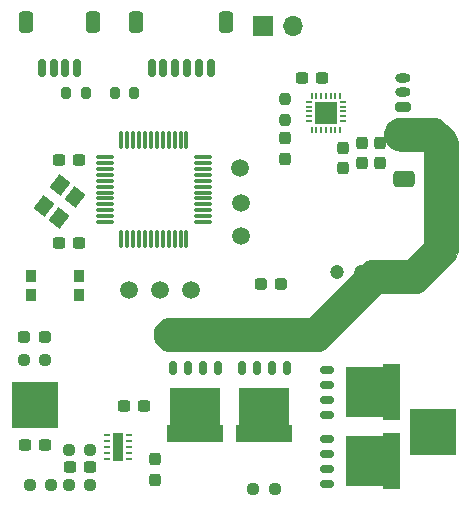
<source format=gbr>
%TF.GenerationSoftware,KiCad,Pcbnew,8.0.3-8.0.3-0~ubuntu22.04.1*%
%TF.CreationDate,2024-07-06T17:26:30-06:00*%
%TF.ProjectId,stm32g070 and DRV8311 single motor board - V1 Alpha,73746d33-3267-4303-9730-20616e642044,rev?*%
%TF.SameCoordinates,Original*%
%TF.FileFunction,Soldermask,Top*%
%TF.FilePolarity,Negative*%
%FSLAX46Y46*%
G04 Gerber Fmt 4.6, Leading zero omitted, Abs format (unit mm)*
G04 Created by KiCad (PCBNEW 8.0.3-8.0.3-0~ubuntu22.04.1) date 2024-07-06 17:26:30*
%MOMM*%
%LPD*%
G01*
G04 APERTURE LIST*
G04 Aperture macros list*
%AMRoundRect*
0 Rectangle with rounded corners*
0 $1 Rounding radius*
0 $2 $3 $4 $5 $6 $7 $8 $9 X,Y pos of 4 corners*
0 Add a 4 corners polygon primitive as box body*
4,1,4,$2,$3,$4,$5,$6,$7,$8,$9,$2,$3,0*
0 Add four circle primitives for the rounded corners*
1,1,$1+$1,$2,$3*
1,1,$1+$1,$4,$5*
1,1,$1+$1,$6,$7*
1,1,$1+$1,$8,$9*
0 Add four rect primitives between the rounded corners*
20,1,$1+$1,$2,$3,$4,$5,0*
20,1,$1+$1,$4,$5,$6,$7,0*
20,1,$1+$1,$6,$7,$8,$9,0*
20,1,$1+$1,$8,$9,$2,$3,0*%
%AMRotRect*
0 Rectangle, with rotation*
0 The origin of the aperture is its center*
0 $1 length*
0 $2 width*
0 $3 Rotation angle, in degrees counterclockwise*
0 Add horizontal line*
21,1,$1,$2,0,0,$3*%
%AMFreePoly0*
4,1,9,2.100000,-2.000000,2.350000,-2.000000,2.350000,-3.500000,-2.350000,-3.500000,-2.350000,-2.000000,-2.100000,-2.000000,-2.100000,1.100000,2.100000,1.100000,2.100000,-2.000000,2.100000,-2.000000,$1*%
G04 Aperture macros list end*
%ADD10C,0.100000*%
%ADD11RoundRect,0.237500X-0.250000X-0.237500X0.250000X-0.237500X0.250000X0.237500X-0.250000X0.237500X0*%
%ADD12RoundRect,0.237500X-0.300000X-0.237500X0.300000X-0.237500X0.300000X0.237500X-0.300000X0.237500X0*%
%ADD13RotRect,1.400000X1.200000X52.000000*%
%ADD14C,1.500000*%
%ADD15RoundRect,0.075000X-0.662500X-0.075000X0.662500X-0.075000X0.662500X0.075000X-0.662500X0.075000X0*%
%ADD16RoundRect,0.075000X-0.075000X-0.662500X0.075000X-0.662500X0.075000X0.662500X-0.075000X0.662500X0*%
%ADD17RoundRect,0.237500X0.237500X-0.300000X0.237500X0.300000X-0.237500X0.300000X-0.237500X-0.300000X0*%
%ADD18RoundRect,0.237500X-0.237500X0.300000X-0.237500X-0.300000X0.237500X-0.300000X0.237500X0.300000X0*%
%ADD19RoundRect,0.150000X0.150000X0.625000X-0.150000X0.625000X-0.150000X-0.625000X0.150000X-0.625000X0*%
%ADD20RoundRect,0.250000X0.350000X0.650000X-0.350000X0.650000X-0.350000X-0.650000X0.350000X-0.650000X0*%
%ADD21RoundRect,0.200000X0.450000X-0.200000X0.450000X0.200000X-0.450000X0.200000X-0.450000X-0.200000X0*%
%ADD22O,1.300000X0.800000*%
%ADD23C,1.200000*%
%ADD24RoundRect,0.237500X0.287500X0.237500X-0.287500X0.237500X-0.287500X-0.237500X0.287500X-0.237500X0*%
%ADD25RoundRect,0.062500X-0.187500X-0.062500X0.187500X-0.062500X0.187500X0.062500X-0.187500X0.062500X0*%
%ADD26C,0.600000*%
%ADD27R,0.840000X2.400000*%
%ADD28R,1.700000X1.700000*%
%ADD29O,1.700000X1.700000*%
%ADD30R,0.200000X0.469999*%
%ADD31R,0.469999X0.200000*%
%ADD32R,1.899999X1.899999*%
%ADD33RoundRect,0.237500X0.250000X0.237500X-0.250000X0.237500X-0.250000X-0.237500X0.250000X-0.237500X0*%
%ADD34RoundRect,0.175000X0.400000X-0.175000X0.400000X0.175000X-0.400000X0.175000X-0.400000X-0.175000X0*%
%ADD35FreePoly0,90.000000*%
%ADD36RoundRect,0.175000X-0.175000X-0.400000X0.175000X-0.400000X0.175000X0.400000X-0.175000X0.400000X0*%
%ADD37FreePoly0,0.000000*%
%ADD38R,4.000000X4.000000*%
%ADD39RoundRect,0.237500X0.300000X0.237500X-0.300000X0.237500X-0.300000X-0.237500X0.300000X-0.237500X0*%
%ADD40R,0.900000X1.000000*%
%ADD41RoundRect,0.237500X-0.237500X0.250000X-0.237500X-0.250000X0.237500X-0.250000X0.237500X0.250000X0*%
%ADD42RoundRect,0.200000X-0.200000X-0.275000X0.200000X-0.275000X0.200000X0.275000X-0.200000X0.275000X0*%
%ADD43RoundRect,0.250000X-0.650000X0.412500X-0.650000X-0.412500X0.650000X-0.412500X0.650000X0.412500X0*%
%ADD44RoundRect,0.200000X0.200000X0.275000X-0.200000X0.275000X-0.200000X-0.275000X0.200000X-0.275000X0*%
G04 APERTURE END LIST*
D10*
X158979576Y-97793455D02*
X159197642Y-97827994D01*
X159407620Y-97896219D01*
X159604339Y-97996453D01*
X159782958Y-98126227D01*
X160601584Y-98938719D01*
X160676576Y-99019845D01*
X160724441Y-99085726D01*
X160806349Y-99198463D01*
X160906583Y-99395182D01*
X160906583Y-99395183D01*
X160974809Y-99605160D01*
X161009347Y-99823226D01*
X161013684Y-108958618D01*
X161009347Y-109069010D01*
X160974808Y-109287076D01*
X160906583Y-109497054D01*
X160806349Y-109693773D01*
X160676575Y-109872392D01*
X158301583Y-112253517D01*
X158220458Y-112328509D01*
X158041839Y-112458283D01*
X157845120Y-112558517D01*
X157635142Y-112626742D01*
X157417076Y-112661281D01*
X154484669Y-112664903D01*
X150001583Y-117153517D01*
X149920458Y-117228509D01*
X149741839Y-117358283D01*
X149545120Y-117458517D01*
X149335142Y-117526742D01*
X149117076Y-117561281D01*
X136706684Y-117565618D01*
X136596292Y-117561281D01*
X136378226Y-117526742D01*
X136168248Y-117458517D01*
X135971529Y-117358283D01*
X135792911Y-117228509D01*
X135636793Y-117072391D01*
X135507019Y-116893773D01*
X135406785Y-116697054D01*
X135338560Y-116487076D01*
X135304021Y-116269010D01*
X135304021Y-116048226D01*
X135338560Y-115830160D01*
X135406785Y-115620182D01*
X135507019Y-115423463D01*
X135636793Y-115244845D01*
X135792911Y-115088727D01*
X135971529Y-114958953D01*
X136168248Y-114858719D01*
X136378226Y-114790494D01*
X136596292Y-114755955D01*
X148429210Y-114751819D01*
X152911784Y-110263719D01*
X152992910Y-110188727D01*
X153068074Y-110134117D01*
X153171529Y-110058953D01*
X153368248Y-109958719D01*
X153578226Y-109890494D01*
X153796292Y-109855955D01*
X156728035Y-109852332D01*
X158203690Y-108372867D01*
X158200000Y-100600000D01*
X156206684Y-100603118D01*
X156096292Y-100598781D01*
X155878226Y-100564242D01*
X155668248Y-100496017D01*
X155471529Y-100395783D01*
X155292911Y-100266009D01*
X155136793Y-100109891D01*
X155007019Y-99931273D01*
X154906785Y-99734554D01*
X154838560Y-99524576D01*
X154804021Y-99306510D01*
X154804021Y-99085726D01*
X154838560Y-98867660D01*
X154906785Y-98657682D01*
X155007019Y-98460963D01*
X155136793Y-98282345D01*
X155292911Y-98126227D01*
X155471529Y-97996453D01*
X155668248Y-97896219D01*
X155878226Y-97827994D01*
X156096292Y-97793455D01*
X158869184Y-97789118D01*
X158979576Y-97793455D01*
G36*
X158979576Y-97793455D02*
G01*
X159197642Y-97827994D01*
X159407620Y-97896219D01*
X159604339Y-97996453D01*
X159782958Y-98126227D01*
X160601584Y-98938719D01*
X160676576Y-99019845D01*
X160724441Y-99085726D01*
X160806349Y-99198463D01*
X160906583Y-99395182D01*
X160906583Y-99395183D01*
X160974809Y-99605160D01*
X161009347Y-99823226D01*
X161013684Y-108958618D01*
X161009347Y-109069010D01*
X160974808Y-109287076D01*
X160906583Y-109497054D01*
X160806349Y-109693773D01*
X160676575Y-109872392D01*
X158301583Y-112253517D01*
X158220458Y-112328509D01*
X158041839Y-112458283D01*
X157845120Y-112558517D01*
X157635142Y-112626742D01*
X157417076Y-112661281D01*
X154484669Y-112664903D01*
X150001583Y-117153517D01*
X149920458Y-117228509D01*
X149741839Y-117358283D01*
X149545120Y-117458517D01*
X149335142Y-117526742D01*
X149117076Y-117561281D01*
X136706684Y-117565618D01*
X136596292Y-117561281D01*
X136378226Y-117526742D01*
X136168248Y-117458517D01*
X135971529Y-117358283D01*
X135792911Y-117228509D01*
X135636793Y-117072391D01*
X135507019Y-116893773D01*
X135406785Y-116697054D01*
X135338560Y-116487076D01*
X135304021Y-116269010D01*
X135304021Y-116048226D01*
X135338560Y-115830160D01*
X135406785Y-115620182D01*
X135507019Y-115423463D01*
X135636793Y-115244845D01*
X135792911Y-115088727D01*
X135971529Y-114958953D01*
X136168248Y-114858719D01*
X136378226Y-114790494D01*
X136596292Y-114755955D01*
X148429210Y-114751819D01*
X152911784Y-110263719D01*
X152992910Y-110188727D01*
X153068074Y-110134117D01*
X153171529Y-110058953D01*
X153368248Y-109958719D01*
X153578226Y-109890494D01*
X153796292Y-109855955D01*
X156728035Y-109852332D01*
X158203690Y-108372867D01*
X158200000Y-100600000D01*
X156206684Y-100603118D01*
X156096292Y-100598781D01*
X155878226Y-100564242D01*
X155668248Y-100496017D01*
X155471529Y-100395783D01*
X155292911Y-100266009D01*
X155136793Y-100109891D01*
X155007019Y-99931273D01*
X154906785Y-99734554D01*
X154838560Y-99524576D01*
X154804021Y-99306510D01*
X154804021Y-99085726D01*
X154838560Y-98867660D01*
X154906785Y-98657682D01*
X155007019Y-98460963D01*
X155136793Y-98282345D01*
X155292911Y-98126227D01*
X155471529Y-97996453D01*
X155668248Y-97896219D01*
X155878226Y-97827994D01*
X156096292Y-97793455D01*
X158869184Y-97789118D01*
X158979576Y-97793455D01*
G37*
D11*
%TO.C,R12*%
X128100000Y-125900000D03*
X129925000Y-125900000D03*
%TD*%
D12*
%TO.C,C3*%
X127237500Y-101400000D03*
X128962500Y-101400000D03*
%TD*%
D13*
%TO.C,Y1*%
X127292582Y-106290124D03*
X128647036Y-104556501D03*
X127307418Y-103509876D03*
X125952964Y-105243499D03*
%TD*%
D14*
%TO.C,TP12*%
X138400000Y-112400000D03*
%TD*%
%TO.C,TP11*%
X135800000Y-112400000D03*
%TD*%
D15*
%TO.C,U1*%
X131137500Y-101136000D03*
X131137500Y-101636000D03*
X131137500Y-102136000D03*
X131137500Y-102636000D03*
X131137500Y-103136000D03*
X131137500Y-103636000D03*
X131137500Y-104136000D03*
X131137500Y-104636000D03*
X131137500Y-105136000D03*
X131137500Y-105636000D03*
X131137500Y-106136000D03*
X131137500Y-106636000D03*
D16*
X132550000Y-108048500D03*
X133050000Y-108048500D03*
X133550000Y-108048500D03*
X134050000Y-108048500D03*
X134550000Y-108048500D03*
X135050000Y-108048500D03*
X135550000Y-108048500D03*
X136050000Y-108048500D03*
X136550000Y-108048500D03*
X137050000Y-108048500D03*
X137550000Y-108048500D03*
X138050000Y-108048500D03*
D15*
X139462500Y-106636000D03*
X139462500Y-106136000D03*
X139462500Y-105636000D03*
X139462500Y-105136000D03*
X139462500Y-104636000D03*
X139462500Y-104136000D03*
X139462500Y-103636000D03*
X139462500Y-103136000D03*
X139462500Y-102636000D03*
X139462500Y-102136000D03*
X139462500Y-101636000D03*
X139462500Y-101136000D03*
D16*
X138050000Y-99723500D03*
X137550000Y-99723500D03*
X137050000Y-99723500D03*
X136550000Y-99723500D03*
X136050000Y-99723500D03*
X135550000Y-99723500D03*
X135050000Y-99723500D03*
X134550000Y-99723500D03*
X134050000Y-99723500D03*
X133550000Y-99723500D03*
X133050000Y-99723500D03*
X132550000Y-99723500D03*
%TD*%
D17*
%TO.C,C10*%
X146400000Y-101262501D03*
X146400000Y-99537499D03*
%TD*%
D18*
%TO.C,C7*%
X152900000Y-99937499D03*
X152900000Y-101662501D03*
%TD*%
D19*
%TO.C,J1*%
X128800000Y-93600000D03*
X127800000Y-93600000D03*
X126800000Y-93600000D03*
X125800000Y-93600000D03*
D20*
X130100000Y-89725000D03*
X124500000Y-89725000D03*
%TD*%
D21*
%TO.C,J3*%
X156400000Y-96900000D03*
D22*
X156400000Y-95650000D03*
X156400000Y-94400000D03*
%TD*%
D23*
%TO.C,C15*%
X152800000Y-110900000D03*
X150800000Y-110900000D03*
%TD*%
D12*
%TO.C,C17*%
X128150000Y-127400000D03*
X129875000Y-127400000D03*
%TD*%
D11*
%TO.C,R4*%
X143687500Y-129200000D03*
X145512500Y-129200000D03*
%TD*%
D24*
%TO.C,D1*%
X126050000Y-116400000D03*
X124300000Y-116400000D03*
%TD*%
D25*
%TO.C,U4*%
X131312500Y-124687500D03*
X131312500Y-125187500D03*
X131312500Y-125687500D03*
X131312500Y-126187500D03*
X131312500Y-126687500D03*
X133212500Y-126687500D03*
X133212500Y-126187500D03*
X133212500Y-125687500D03*
X133212500Y-125187500D03*
X133212500Y-124687500D03*
D26*
X132262500Y-124737500D03*
X132262500Y-125687500D03*
D27*
X132262500Y-125687500D03*
D26*
X132262500Y-126637500D03*
%TD*%
D28*
%TO.C,J4*%
X144525000Y-90000000D03*
D29*
X147065000Y-90000000D03*
%TD*%
D24*
%TO.C,D3*%
X146075000Y-111900000D03*
X144325000Y-111900000D03*
%TD*%
D30*
%TO.C,U2*%
X148662499Y-98865001D03*
X149062498Y-98865001D03*
X149462500Y-98865001D03*
X149862499Y-98865001D03*
X150262498Y-98865001D03*
X150662500Y-98865001D03*
X151062499Y-98865001D03*
D31*
X151327500Y-98070001D03*
X151327500Y-97669999D03*
X151327500Y-97270000D03*
X151327500Y-96870001D03*
X151327500Y-96469999D03*
D30*
X151062499Y-95934999D03*
X150662500Y-95934999D03*
X150262498Y-95934999D03*
X149862499Y-95934999D03*
X149462500Y-95934999D03*
X149062498Y-95934999D03*
X148662499Y-95934999D03*
D31*
X148397498Y-96469999D03*
X148397498Y-96870001D03*
X148397498Y-97270000D03*
X148397498Y-97669999D03*
X148397498Y-98070001D03*
D26*
X149162498Y-98100001D03*
X150562500Y-98100001D03*
D32*
X149862499Y-97400000D03*
D26*
X149862499Y-97374600D03*
X149162498Y-96699999D03*
X150562500Y-96699999D03*
%TD*%
D18*
%TO.C,C9*%
X154400000Y-99937500D03*
X154400000Y-101662500D03*
%TD*%
D33*
%TO.C,R13*%
X126112500Y-118300000D03*
X124287500Y-118300000D03*
%TD*%
D14*
%TO.C,TP8*%
X142700000Y-105000000D03*
%TD*%
D34*
%TO.C,Q2*%
X149925000Y-124995000D03*
X149925000Y-126265000D03*
X149925000Y-127535000D03*
X149925000Y-128805000D03*
D35*
X152650000Y-126900000D03*
%TD*%
D14*
%TO.C,TP9*%
X142600000Y-102100000D03*
%TD*%
D36*
%TO.C,Q4*%
X146530000Y-119025000D03*
X145260000Y-119025000D03*
X143990000Y-119025000D03*
X142720000Y-119025000D03*
D37*
X144625000Y-121750000D03*
%TD*%
D33*
%TO.C,R11*%
X126625000Y-128900000D03*
X124800000Y-128900000D03*
%TD*%
D38*
%TO.C,H1*%
X158900000Y-124400000D03*
%TD*%
D39*
%TO.C,C5*%
X149562500Y-94400000D03*
X147837500Y-94400000D03*
%TD*%
D14*
%TO.C,TP10*%
X133200000Y-112400000D03*
%TD*%
D19*
%TO.C,J2*%
X140100000Y-93600000D03*
X139100000Y-93600000D03*
X138100000Y-93600000D03*
X137100000Y-93600000D03*
X136100000Y-93600000D03*
X135100000Y-93600000D03*
D20*
X141400000Y-89725000D03*
X133800000Y-89725000D03*
%TD*%
D40*
%TO.C,SW1*%
X128950000Y-112800000D03*
X124850000Y-112800000D03*
X128950000Y-111200000D03*
X124850000Y-111200000D03*
%TD*%
D38*
%TO.C,H3*%
X125212500Y-122100000D03*
%TD*%
D17*
%TO.C,C16*%
X135400000Y-128462500D03*
X135400000Y-126737500D03*
%TD*%
D41*
%TO.C,R2*%
X146400000Y-96187500D03*
X146400000Y-98012500D03*
%TD*%
D33*
%TO.C,R10*%
X129925000Y-128900000D03*
X128100000Y-128900000D03*
%TD*%
D39*
%TO.C,C14*%
X134462500Y-122200000D03*
X132737500Y-122200000D03*
%TD*%
D12*
%TO.C,C4*%
X127237500Y-108400000D03*
X128962500Y-108400000D03*
%TD*%
D18*
%TO.C,C6*%
X151300000Y-100337499D03*
X151300000Y-102062501D03*
%TD*%
D42*
%TO.C,R16*%
X131975000Y-95700000D03*
X133625000Y-95700000D03*
%TD*%
D34*
%TO.C,Q1*%
X149925000Y-119160000D03*
X149925000Y-120430000D03*
X149925000Y-121700000D03*
X149925000Y-122970000D03*
D35*
X152650000Y-121065000D03*
%TD*%
D43*
%TO.C,C8*%
X156500000Y-99837500D03*
X156500000Y-102962500D03*
%TD*%
D36*
%TO.C,Q3*%
X140700000Y-119025000D03*
X139430000Y-119025000D03*
X138160000Y-119025000D03*
X136890000Y-119025000D03*
D37*
X138795000Y-121750000D03*
%TD*%
D39*
%TO.C,C13*%
X126075000Y-125500000D03*
X124350000Y-125500000D03*
%TD*%
D44*
%TO.C,R15*%
X129525000Y-95700000D03*
X127875000Y-95700000D03*
%TD*%
D14*
%TO.C,TP7*%
X142700000Y-107800000D03*
%TD*%
M02*

</source>
